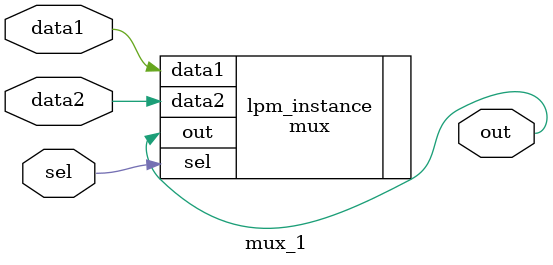
<source format=v>



module mux_1(data1,data2,sel,out);
input data1;
input data2;
input sel;
output out;

mux	lpm_instance(.data1(data1),.data2(data2),.sel(sel),.out(out));

endmodule

</source>
